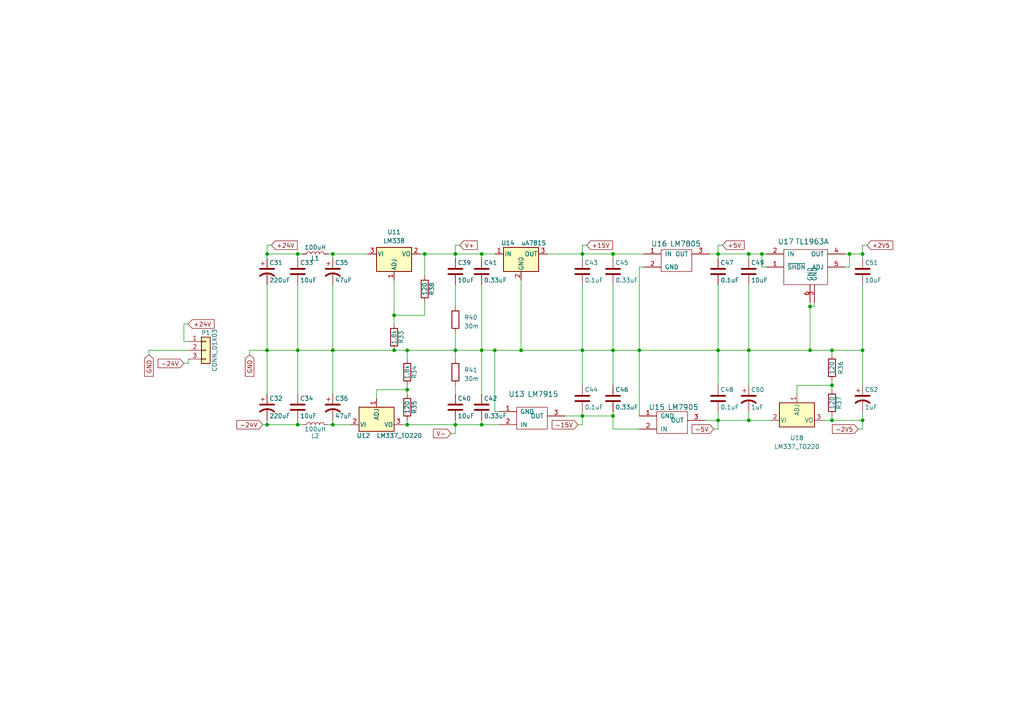
<source format=kicad_sch>
(kicad_sch (version 20230121) (generator eeschema)
  (paper "A4")
  (lib_symbols
    (symbol "Device:R" (pin_numbers hide) (pin_names (offset 0))
      (property "Reference" "R" (at 2.032 0 90))
      (property "Value" "R" (at 0 0 90))
      (symbol "R_0_1"
        (rectangle (start -1.016 -2.54) (end 1.016 2.54) (stroke (width 0.254)))
      )
      (symbol "R_1_1"
        (pin passive line (at 0 3.81 270) (length 1.27) (name "~") (number "1"))
        (pin passive line (at 0 -3.81 90) (length 1.27) (name "~") (number "2"))
      )
    )
    (symbol "LM337_TO220_1" (pin_names (offset 0.254))
      (property "Reference" "U" (at -3.81 -3.175 0))
      (property "Value" "LM337_TO220" (at 0 -3.175 0))
      (symbol "LM337_TO220_1_0_1"
        (rectangle (start -5.08 5.08) (end 5.08 -1.905) (stroke (width 0.254)) (fill (type background)))
      )
      (symbol "LM337_TO220_1_1_1"
        (pin input line (at 0 7.62 270) (length 2.54) (name "ADJ") (number "1"))
        (pin power_in line (at -7.62 0 0) (length 2.54) (name "VI") (number "2"))
        (pin power_out line (at 7.62 0 180) (length 2.54) (name "VO") (number "3"))
      )
    )
    (symbol "Regulator_Linear:LM317_TO-220" (pin_names (offset 0.254))
      (property "Reference" "U" (at -3.81 3.175 0))
      (property "Value" "LM317_TO-220" (at 0 3.175 0))
      (symbol "LM317_TO-220_0_1"
        (rectangle (start -5.08 1.905) (end 5.08 -5.08) (stroke (width 0.254)) (fill (type background)))
      )
      (symbol "LM317_TO-220_1_1"
        (pin input line (at 0 -7.62 90) (length 2.54) (name "ADJ") (number "1"))
        (pin power_out line (at 7.62 0 180) (length 2.54) (name "VO") (number "2"))
        (pin power_in line (at -7.62 0 0) (length 2.54) (name "VI") (number "3"))
      )
    )
    (symbol "rear-rescue:C" (pin_numbers hide) (pin_names (offset 0.254))
      (property "Reference" "C" (at 0.635 2.54 0))
      (property "Value" "C" (at 0.635 -2.54 0))
      (symbol "C_0_1"
        (polyline (pts (xy -2.032 -0.762) (xy 2.032 -0.762)) (stroke (width 0.508)))
        (polyline (pts (xy -2.032 0.762) (xy 2.032 0.762)) (stroke (width 0.508)))
      )
      (symbol "C_1_1"
        (pin passive line (at 0 3.81 270) (length 2.794) (name "~") (number "1"))
        (pin passive line (at 0 -3.81 90) (length 2.794) (name "~") (number "2"))
      )
    )
    (symbol "rear-rescue:CP1" (pin_numbers hide) (pin_names (offset 0.254) hide)
      (property "Reference" "C" (at 0.635 2.54 0))
      (property "Value" "CP1" (at 0.635 -2.54 0))
      (symbol "CP1_0_1"
        (polyline (pts (xy -2.032 0.762) (xy 2.032 0.762)) (stroke (width 0.508)))
        (polyline (pts (xy -1.778 2.286) (xy -0.762 2.286)))
        (polyline (pts (xy -1.27 1.778) (xy -1.27 2.794)))
        (arc (start 2.032 -1.27) (mid 0 -0.5572) (end -2.032 -1.27) (stroke (width 0.508)))
      )
      (symbol "CP1_1_1"
        (pin passive line (at 0 3.81 270) (length 2.794) (name "~") (number "1"))
        (pin passive line (at 0 -3.81 90) (length 3.302) (name "~") (number "2"))
      )
    )
    (symbol "rear-rescue:Conn_01x03" (pin_names (offset 1.016) hide)
      (property "Reference" "J" (at 0 5.08 0))
      (property "Value" "Conn_01x03" (at 0 -5.08 0))
      (symbol "Conn_01x03_1_1"
        (rectangle (start -1.27 -2.413) (end 0 -2.667) (stroke (width 0.1524)))
        (rectangle (start -1.27 0.127) (end 0 -0.127) (stroke (width 0.1524)))
        (rectangle (start -1.27 2.667) (end 0 2.413) (stroke (width 0.1524)))
        (rectangle (start -1.27 3.81) (end 1.27 -3.81) (stroke (width 0.254)) (fill (type background)))
        (pin passive line (at -5.08 2.54 0) (length 3.81) (name "Pin_1") (number "1"))
        (pin passive line (at -5.08 0 0) (length 3.81) (name "Pin_2") (number "2"))
        (pin passive line (at -5.08 -2.54 0) (length 3.81) (name "Pin_3") (number "3"))
      )
    )
    (symbol "rear-rescue:L" (pin_numbers hide) (pin_names (offset 1.016) hide)
      (property "Reference" "L" (at -1.27 0 90))
      (property "Value" "L" (at 1.905 0 90))
      (symbol "L_0_1"
        (arc (start 0 -2.54) (mid 0.6323 -1.905) (end 0 -1.27))
        (arc (start 0 -1.27) (mid 0.6323 -0.635) (end 0 0))
        (arc (start 0 0) (mid 0.6323 0.635) (end 0 1.27))
        (arc (start 0 1.27) (mid 0.6323 1.905) (end 0 2.54))
      )
      (symbol "L_1_1"
        (pin passive line (at 0 3.81 270) (length 1.27) (name "1") (number "1"))
        (pin passive line (at 0 -3.81 90) (length 1.27) (name "2") (number "2"))
      )
    )
    (symbol "rear-rescue:LM337_TO220" (pin_names (offset 0.254))
      (property "Reference" "U" (at -3.81 -3.175 0))
      (property "Value" "LM337_TO220" (at 0 -3.175 0))
      (symbol "LM337_TO220_0_1"
        (rectangle (start -5.08 5.08) (end 5.08 -1.905) (stroke (width 0.254)) (fill (type background)))
      )
      (symbol "LM337_TO220_1_1"
        (pin input line (at 0 7.62 270) (length 2.54) (name "ADJ") (number "1"))
        (pin power_in line (at -7.62 0 0) (length 2.54) (name "VI") (number "2"))
        (pin power_out line (at 7.62 0 180) (length 2.54) (name "VO") (number "3"))
      )
    )
    (symbol "rear-rescue:LM7805" (pin_names (offset 1.016))
      (property "Reference" "U" (at 0 0 0))
      (property "Value" "LM7805" (at 7.62 0 0))
      (symbol "LM7805_0_1"
        (rectangle (start 0 -3.81) (end 8.89 -10.16))
      )
      (symbol "LM7805_1_1"
        (pin passive line (at -5.08 -5.08 0) (length 5.08) (name "IN") (number "1"))
        (pin passive line (at -5.08 -8.89 0) (length 5.08) (name "GND") (number "2"))
        (pin passive line (at 13.97 -5.08 180) (length 5.08) (name "OUT") (number "3"))
      )
    )
    (symbol "rear-rescue:LM7905" (pin_names (offset 1.016))
      (property "Reference" "U" (at 0 0 0))
      (property "Value" "LM7905" (at 7.62 0 0))
      (symbol "LM7905_0_1"
        (rectangle (start 0 -3.81) (end 8.89 -10.16))
      )
      (symbol "LM7905_1_1"
        (pin passive line (at -5.08 -5.08 0) (length 5.08) (name "GND") (number "1"))
        (pin passive line (at -5.08 -8.89 0) (length 5.08) (name "IN") (number "2"))
        (pin passive line (at 13.97 -6.35 180) (length 5.08) (name "OUT") (number "3"))
      )
    )
    (symbol "rear-rescue:LM7915" (pin_names (offset 1.016))
      (property "Reference" "U" (at 0 0 0))
      (property "Value" "LM7915" (at 7.62 0 0))
      (symbol "LM7915_0_1"
        (rectangle (start 0 -3.81) (end 8.89 -10.16))
      )
      (symbol "LM7915_1_1"
        (pin passive line (at -5.08 -5.08 0) (length 5.08) (name "GND") (number "1"))
        (pin passive line (at -5.08 -8.89 0) (length 5.08) (name "IN") (number "2"))
        (pin passive line (at 13.97 -6.35 180) (length 5.08) (name "OUT") (number "3"))
      )
    )
    (symbol "rear-rescue:R" (pin_numbers hide) (pin_names (offset 0))
      (property "Reference" "R" (at 2.032 0 90))
      (property "Value" "R" (at 0 0 90))
      (symbol "R_0_1"
        (rectangle (start -1.016 -2.54) (end 1.016 2.54) (stroke (width 0.254)))
      )
      (symbol "R_1_1"
        (pin passive line (at 0 3.81 270) (length 1.27) (name "~") (number "1"))
        (pin passive line (at 0 -3.81 90) (length 1.27) (name "~") (number "2"))
      )
    )
    (symbol "rear-rescue:TL1963A" (pin_names (offset 1.016))
      (property "Reference" "U" (at 0 0 0))
      (property "Value" "TL1963A" (at 7.62 0 0))
      (symbol "TL1963A_0_1"
        (rectangle (start 0 -2.54) (end 12.7 -12.7))
      )
      (symbol "TL1963A_1_1"
        (pin passive line (at -5.08 -7.62 0) (length 5.08) (name "~{SHDN}") (number "1"))
        (pin passive line (at -5.08 -3.81 0) (length 5.08) (name "IN") (number "2"))
        (pin passive line (at 8.89 -17.78 90) (length 5.08) (name "GND") (number "3"))
        (pin passive line (at 17.78 -3.81 180) (length 5.08) (name "OUT") (number "4"))
        (pin passive line (at 17.78 -7.62 180) (length 5.08) (name "ADJ") (number "5"))
        (pin passive line (at 7.62 -17.78 90) (length 5.08) (name "GND") (number "6"))
      )
    )
    (symbol "rear-rescue:uA7815" (pin_names (offset 0.254))
      (property "Reference" "U" (at -3.81 3.175 0))
      (property "Value" "uA7815" (at 0 3.175 0))
      (symbol "uA7815_0_1"
        (rectangle (start -5.08 1.905) (end 5.08 -5.08) (stroke (width 0.254)) (fill (type background)))
      )
      (symbol "uA7815_1_1"
        (pin power_in line (at -7.62 0 0) (length 2.54) (name "IN") (number "1"))
        (pin power_in line (at 0 -7.62 90) (length 2.54) (name "GND") (number "2"))
        (pin power_out line (at 7.62 0 180) (length 2.54) (name "OUT") (number "3"))
      )
    )
  )
  (junction (at 151.13 101.6))
  (junction (at 132.08 73.66))
  (junction (at 123.19 73.66))
  (junction (at 177.8 73.66))
  (junction (at 250.19 73.66))
  (junction (at 241.3 111.76))
  (junction (at 114.3 101.6))
  (junction (at 241.3 121.92))
  (junction (at 96.52 101.6))
  (junction (at 220.98 73.66))
  (junction (at 241.3 101.6))
  (junction (at 234.95 88.9))
  (junction (at 208.28 73.66))
  (junction (at 77.47 101.6))
  (junction (at 132.08 101.6))
  (junction (at 208.28 101.6))
  (junction (at 139.7 101.6))
  (junction (at 177.8 120.65))
  (junction (at 234.95 101.6))
  (junction (at 139.7 73.66))
  (junction (at 217.17 121.92))
  (junction (at 96.52 73.66))
  (junction (at 86.36 73.66))
  (junction (at 96.52 123.19))
  (junction (at 168.91 73.66))
  (junction (at 118.11 113.03))
  (junction (at 217.17 101.6))
  (junction (at 217.17 73.66))
  (junction (at 246.38 73.66))
  (junction (at 114.3 91.44))
  (junction (at 77.47 73.66))
  (junction (at 250.19 121.92))
  (junction (at 139.7 123.19))
  (junction (at 132.08 123.19))
  (junction (at 143.51 101.6))
  (junction (at 185.42 101.6))
  (junction (at 177.8 101.6))
  (junction (at 118.11 101.6))
  (junction (at 118.11 123.19))
  (junction (at 168.91 101.6))
  (junction (at 250.19 101.6))
  (junction (at 86.36 123.19))
  (junction (at 77.47 123.19))
  (junction (at 86.36 101.6))
  (junction (at 168.91 120.65))
  (junction (at 208.28 121.92))
  (wire (pts (xy 132.08 73.66) (xy 139.7 73.66)))
  (wire (pts (xy 114.3 101.6) (xy 118.11 101.6)))
  (wire (pts (xy 231.14 111.76) (xy 241.3 111.76)))
  (wire (pts (xy 234.95 101.6) (xy 241.3 101.6)))
  (wire (pts (xy 118.11 123.19) (xy 132.08 123.19)))
  (wire (pts (xy 234.95 88.9) (xy 234.95 101.6)))
  (wire (pts (xy 118.11 123.19) (xy 118.11 121.92)))
  (wire (pts (xy 96.52 101.6) (xy 96.52 114.3)))
  (wire (pts (xy 245.11 73.66) (xy 246.38 73.66)))
  (wire (pts (xy 96.52 101.6) (xy 114.3 101.6)))
  (wire (pts (xy 217.17 73.66) (xy 208.28 73.66)))
  (wire (pts (xy 248.92 124.46) (xy 250.19 124.46)))
  (wire (pts (xy 86.36 74.93) (xy 86.36 73.66)))
  (wire (pts (xy 86.36 73.66) (xy 77.47 73.66)))
  (wire (pts (xy 139.7 73.66) (xy 143.51 73.66)))
  (wire (pts (xy 250.19 101.6) (xy 250.19 111.76)))
  (wire (pts (xy 118.11 101.6) (xy 118.11 104.14)))
  (wire (pts (xy 143.51 101.6) (xy 143.51 119.38)))
  (wire (pts (xy 241.3 111.76) (xy 241.3 113.03)))
  (wire (pts (xy 54.61 99.06) (xy 53.34 99.06)))
  (wire (pts (xy 236.22 88.9) (xy 236.22 87.63)))
  (wire (pts (xy 43.18 102.87) (xy 43.18 101.6)))
  (wire (pts (xy 250.19 121.92) (xy 250.19 124.46)))
  (wire (pts (xy 72.39 101.6) (xy 77.47 101.6)))
  (wire (pts (xy 168.91 123.19) (xy 167.64 123.19)))
  (wire (pts (xy 177.8 101.6) (xy 185.42 101.6)))
  (wire (pts (xy 118.11 111.76) (xy 118.11 113.03)))
  (wire (pts (xy 132.08 71.12) (xy 133.35 71.12)))
  (wire (pts (xy 241.3 121.92) (xy 250.19 121.92)))
  (wire (pts (xy 96.52 123.19) (xy 95.25 123.19)))
  (wire (pts (xy 118.11 113.03) (xy 118.11 114.3)))
  (wire (pts (xy 250.19 121.92) (xy 250.19 119.38)))
  (wire (pts (xy 132.08 82.55) (xy 132.08 88.9)))
  (wire (pts (xy 217.17 74.93) (xy 217.17 73.66)))
  (wire (pts (xy 177.8 73.66) (xy 186.69 73.66)))
  (wire (pts (xy 96.52 123.19) (xy 101.6 123.19)))
  (wire (pts (xy 241.3 121.92) (xy 238.76 121.92)))
  (wire (pts (xy 96.52 74.93) (xy 96.52 73.66)))
  (wire (pts (xy 158.75 73.66) (xy 168.91 73.66)))
  (wire (pts (xy 77.47 121.92) (xy 77.47 123.19)))
  (wire (pts (xy 109.22 115.57) (xy 109.22 113.03)))
  (wire (pts (xy 86.36 101.6) (xy 96.52 101.6)))
  (wire (pts (xy 222.25 77.47) (xy 220.98 77.47)))
  (wire (pts (xy 96.52 73.66) (xy 95.25 73.66)))
  (wire (pts (xy 208.28 121.92) (xy 208.28 124.46)))
  (wire (pts (xy 86.36 101.6) (xy 86.36 114.3)))
  (wire (pts (xy 77.47 73.66) (xy 77.47 74.93)))
  (wire (pts (xy 241.3 101.6) (xy 250.19 101.6)))
  (wire (pts (xy 132.08 125.73) (xy 132.08 123.19)))
  (wire (pts (xy 217.17 101.6) (xy 217.17 111.76)))
  (wire (pts (xy 177.8 101.6) (xy 177.8 111.76)))
  (wire (pts (xy 118.11 101.6) (xy 132.08 101.6)))
  (wire (pts (xy 185.42 101.6) (xy 185.42 77.47)))
  (wire (pts (xy 246.38 73.66) (xy 250.19 73.66)))
  (wire (pts (xy 43.18 101.6) (xy 54.61 101.6)))
  (wire (pts (xy 109.22 113.03) (xy 118.11 113.03)))
  (wire (pts (xy 151.13 101.6) (xy 168.91 101.6)))
  (wire (pts (xy 241.3 110.49) (xy 241.3 111.76)))
  (wire (pts (xy 208.28 101.6) (xy 208.28 111.76)))
  (wire (pts (xy 241.3 101.6) (xy 241.3 102.87)))
  (wire (pts (xy 132.08 111.76) (xy 132.08 114.3)))
  (wire (pts (xy 185.42 120.65) (xy 185.42 101.6)))
  (wire (pts (xy 163.83 120.65) (xy 168.91 120.65)))
  (wire (pts (xy 208.28 71.12) (xy 209.55 71.12)))
  (wire (pts (xy 220.98 77.47) (xy 220.98 73.66)))
  (wire (pts (xy 139.7 82.55) (xy 139.7 101.6)))
  (wire (pts (xy 208.28 73.66) (xy 208.28 74.93)))
  (wire (pts (xy 123.19 73.66) (xy 132.08 73.66)))
  (wire (pts (xy 168.91 73.66) (xy 168.91 71.12)))
  (wire (pts (xy 132.08 71.12) (xy 132.08 73.66)))
  (wire (pts (xy 217.17 82.55) (xy 217.17 101.6)))
  (wire (pts (xy 114.3 91.44) (xy 114.3 93.98)))
  (wire (pts (xy 208.28 82.55) (xy 208.28 101.6)))
  (wire (pts (xy 114.3 81.28) (xy 114.3 91.44)))
  (wire (pts (xy 132.08 96.52) (xy 132.08 101.6)))
  (wire (pts (xy 168.91 73.66) (xy 168.91 74.93)))
  (wire (pts (xy 168.91 101.6) (xy 168.91 111.76)))
  (wire (pts (xy 86.36 121.92) (xy 86.36 123.19)))
  (wire (pts (xy 217.17 101.6) (xy 234.95 101.6)))
  (wire (pts (xy 168.91 101.6) (xy 177.8 101.6)))
  (wire (pts (xy 121.92 73.66) (xy 123.19 73.66)))
  (wire (pts (xy 77.47 101.6) (xy 86.36 101.6)))
  (wire (pts (xy 77.47 82.55) (xy 77.47 101.6)))
  (wire (pts (xy 96.52 121.92) (xy 96.52 123.19)))
  (wire (pts (xy 53.34 105.41) (xy 54.61 105.41)))
  (wire (pts (xy 168.91 71.12) (xy 170.18 71.12)))
  (wire (pts (xy 53.34 99.06) (xy 53.34 93.98)))
  (wire (pts (xy 185.42 77.47) (xy 186.69 77.47)))
  (wire (pts (xy 53.34 93.98) (xy 54.61 93.98)))
  (wire (pts (xy 220.98 73.66) (xy 222.25 73.66)))
  (wire (pts (xy 168.91 119.38) (xy 168.91 120.65)))
  (wire (pts (xy 116.84 123.19) (xy 118.11 123.19)))
  (wire (pts (xy 241.3 120.65) (xy 241.3 121.92)))
  (wire (pts (xy 151.13 81.28) (xy 151.13 101.6)))
  (wire (pts (xy 77.47 101.6) (xy 77.47 114.3)))
  (wire (pts (xy 208.28 119.38) (xy 208.28 121.92)))
  (wire (pts (xy 132.08 101.6) (xy 132.08 104.14)))
  (wire (pts (xy 208.28 101.6) (xy 217.17 101.6)))
  (wire (pts (xy 139.7 121.92) (xy 139.7 123.19)))
  (wire (pts (xy 76.2 123.19) (xy 77.47 123.19)))
  (wire (pts (xy 123.19 87.63) (xy 123.19 91.44)))
  (wire (pts (xy 54.61 104.14) (xy 54.61 105.41)))
  (wire (pts (xy 205.74 73.66) (xy 208.28 73.66)))
  (wire (pts (xy 217.17 121.92) (xy 217.17 119.38)))
  (wire (pts (xy 123.19 91.44) (xy 114.3 91.44)))
  (wire (pts (xy 86.36 73.66) (xy 87.63 73.66)))
  (wire (pts (xy 234.95 87.63) (xy 234.95 88.9)))
  (wire (pts (xy 217.17 73.66) (xy 220.98 73.66)))
  (wire (pts (xy 231.14 114.3) (xy 231.14 111.76)))
  (wire (pts (xy 217.17 121.92) (xy 223.52 121.92)))
  (wire (pts (xy 139.7 73.66) (xy 139.7 74.93)))
  (wire (pts (xy 123.19 73.66) (xy 123.19 80.01)))
  (wire (pts (xy 130.81 125.73) (xy 132.08 125.73)))
  (wire (pts (xy 234.95 88.9) (xy 236.22 88.9)))
  (wire (pts (xy 132.08 121.92) (xy 132.08 123.19)))
  (wire (pts (xy 77.47 123.19) (xy 86.36 123.19)))
  (wire (pts (xy 72.39 101.6) (xy 72.39 102.87)))
  (wire (pts (xy 132.08 101.6) (xy 139.7 101.6)))
  (wire (pts (xy 144.78 119.38) (xy 143.51 119.38)))
  (wire (pts (xy 96.52 73.66) (xy 106.68 73.66)))
  (wire (pts (xy 143.51 101.6) (xy 151.13 101.6)))
  (wire (pts (xy 245.11 77.47) (xy 246.38 77.47)))
  (wire (pts (xy 208.28 124.46) (xy 207.01 124.46)))
  (wire (pts (xy 168.91 73.66) (xy 177.8 73.66)))
  (wire (pts (xy 250.19 73.66) (xy 250.19 74.93)))
  (wire (pts (xy 168.91 120.65) (xy 177.8 120.65)))
  (wire (pts (xy 185.42 101.6) (xy 208.28 101.6)))
  (wire (pts (xy 86.36 123.19) (xy 87.63 123.19)))
  (wire (pts (xy 250.19 71.12) (xy 251.46 71.12)))
  (wire (pts (xy 77.47 73.66) (xy 77.47 71.12)))
  (wire (pts (xy 185.42 124.46) (xy 177.8 124.46)))
  (wire (pts (xy 177.8 124.46) (xy 177.8 120.65)))
  (wire (pts (xy 177.8 82.55) (xy 177.8 101.6)))
  (wire (pts (xy 177.8 73.66) (xy 177.8 74.93)))
  (wire (pts (xy 139.7 101.6) (xy 143.51 101.6)))
  (wire (pts (xy 86.36 82.55) (xy 86.36 101.6)))
  (wire (pts (xy 250.19 82.55) (xy 250.19 101.6)))
  (wire (pts (xy 96.52 82.55) (xy 96.52 101.6)))
  (wire (pts (xy 132.08 73.66) (xy 132.08 74.93)))
  (wire (pts (xy 139.7 101.6) (xy 139.7 114.3)))
  (wire (pts (xy 77.47 71.12) (xy 78.74 71.12)))
  (wire (pts (xy 177.8 119.38) (xy 177.8 120.65)))
  (wire (pts (xy 208.28 73.66) (xy 208.28 71.12)))
  (wire (pts (xy 139.7 123.19) (xy 144.78 123.19)))
  (wire (pts (xy 168.91 82.55) (xy 168.91 101.6)))
  (wire (pts (xy 132.08 123.19) (xy 139.7 123.19)))
  (wire (pts (xy 208.28 121.92) (xy 217.17 121.92)))
  (wire (pts (xy 250.19 73.66) (xy 250.19 71.12)))
  (wire (pts (xy 246.38 77.47) (xy 246.38 73.66)))
  (wire (pts (xy 168.91 120.65) (xy 168.91 123.19)))
  (wire (pts (xy 208.28 121.92) (xy 204.47 121.92)))
  (global_label "-15V" (shape input) (at 167.64 123.19 180) (property "Intersheetrefs" "${INTERSHEET_REFS}" (effects hide)))
  (global_label "+5V" (shape input) (at 209.55 71.12 0) (property "Intersheetrefs" "${INTERSHEET_REFS}" (effects hide)))
  (global_label "+15V" (shape input) (at 170.18 71.12 0) (property "Intersheetrefs" "${INTERSHEET_REFS}" (effects hide)))
  (global_label "+24V" (shape input) (at 78.74 71.12 0) (property "Intersheetrefs" "${INTERSHEET_REFS}" (effects hide)))
  (global_label "-5V" (shape input) (at 207.01 124.46 180) (property "Intersheetrefs" "${INTERSHEET_REFS}" (effects hide)))
  (global_label "GND" (shape input) (at 72.39 102.87 270) (property "Intersheetrefs" "${INTERSHEET_REFS}" (effects hide)))
  (global_label "+2V5" (shape input) (at 251.46 71.12 0) (property "Intersheetrefs" "${INTERSHEET_REFS}" (effects hide)))
  (global_label "V+" (shape input) (at 133.35 71.12 0) (property "Intersheetrefs" "${INTERSHEET_REFS}" (effects hide)))
  (global_label "+24V" (shape input) (at 54.61 93.98 0) (property "Intersheetrefs" "${INTERSHEET_REFS}" (effects hide)))
  (global_label "-2V5" (shape input) (at 248.92 124.46 180) (property "Intersheetrefs" "${INTERSHEET_REFS}" (effects hide)))
  (global_label "-24V" (shape input) (at 76.2 123.19 180) (property "Intersheetrefs" "${INTERSHEET_REFS}" (effects hide)))
  (global_label "GND" (shape input) (at 43.18 102.87 270) (property "Intersheetrefs" "${INTERSHEET_REFS}" (effects hide)))
  (global_label "V-" (shape input) (at 130.81 125.73 180) (property "Intersheetrefs" "${INTERSHEET_REFS}" (effects hide)))
  (global_label "-24V" (shape input) (at 53.34 105.41 180) (property "Intersheetrefs" "${INTERSHEET_REFS}" (effects hide)))
  (symbol (lib_id "rear-rescue:R") (at 123.19 83.82 0) (unit 1)
    (property "Reference" "R38" (at 125.222 83.82 90))
    (property "Value" "120" (at 123.19 83.82 90))
    (property "Footprint" "Resistor_SMD:R_0603_1608Metric" (effects hide))
    (property "MPN" "RG1608P-121-B-T5" (effects hide))
    (property "DIGIKEY PARTNO" "RG16P120BCT-ND" (effects hide))
  )
  (symbol (lib_id "rear-rescue:C") (at 168.91 78.74 0) (unit 1)
    (property "Reference" "C43" (at 169.545 76.2 0) (effects (justify left)))
    (property "Value" "0.1uF" (at 169.545 81.28 0) (effects (justify left)))
    (property "Footprint" "Capacitor_SMD:C_0603_1608Metric" (effects hide))
    (property "MPN" "GCM188R71H104JA57D" (effects hide))
    (property "DIGIKEY PARTNO" "490-14357-1-ND" (effects hide))
  )
  (symbol (lib_id "rear-rescue:C") (at 86.36 118.11 0) (unit 1)
    (property "Reference" "C34" (at 86.995 115.57 0) (effects (justify left)))
    (property "Value" "10uF" (at 86.995 120.65 0) (effects (justify left)))
    (property "Footprint" "Capacitor_SMD:C_1210_3225Metric" (effects hide))
    (property "MPN" "C3225X7R1H106M250AC" (effects hide))
    (property "DIGIKEY PARTNO" "445-14933-1-ND" (effects hide))
  )
  (symbol (lib_id "rear-rescue:C") (at 177.8 78.74 0) (unit 1)
    (property "Reference" "C45" (at 178.435 76.2 0) (effects (justify left)))
    (property "Value" "0.33uF" (at 178.435 81.28 0) (effects (justify left)))
    (property "Footprint" "Capacitor_SMD:C_0603_1608Metric" (effects hide))
    (property "MPN" "C1608X7R1H334K080AC" (effects hide))
    (property "DIGIKEY PARTNO" "445-5950-1-ND" (effects hide))
  )
  (symbol (lib_id "rear-rescue:Conn_01x03") (at 59.69 101.6 0) (unit 1)
    (property "Reference" "P1" (at 59.69 96.52 0))
    (property "Value" "CONN_01X03" (at 62.23 101.6 90))
    (property "Footprint" "zmyfootprint:Conn_01X03-3.5mm" (effects hide))
    (property "DIGIKEY PARTNO" "277-1722-ND" (effects hide))
    (property "MPN" "1984620" (effects hide))
  )
  (symbol (lib_id "rear-rescue:C") (at 217.17 78.74 0) (unit 1)
    (property "Reference" "C49" (at 217.805 76.2 0) (effects (justify left)))
    (property "Value" "10uF" (at 217.805 81.28 0) (effects (justify left)))
    (property "Footprint" "Capacitor_SMD:C_1210_3225Metric" (effects hide))
    (property "MPN" "C3225X7R1H106M250AC" (effects hide))
    (property "DIGIKEY PARTNO" "445-14933-1-ND" (effects hide))
  )
  (symbol (lib_id "rear-rescue:LM7905") (at 190.5 115.57 0) (unit 1)
    (property "Reference" "U15" (at 190.5 118.11 0) (effects (font (size 1.524 1.524))))
    (property "Value" "LM7905" (at 198.12 118.11 0) (effects (font (size 1.524 1.524))))
    (property "Footprint" "Package_TO_SOT_SMD:TO-263-2" (effects hide))
    (property "Datasheet" "https://media.digikey.com/pdf/Data%20Sheets/ST%20Microelectronics%20PDFS/L79xxC_Rev21_May2012.pdf" (effects hide))
    (property "DIGIKEY PARTNO" "497-1214-1-ND" (effects hide))
    (property "MPN" "L7905CD2T-TR" (effects hide))
  )
  (symbol (lib_id "rear-rescue:C") (at 139.7 78.74 0) (unit 1)
    (property "Reference" "C41" (at 140.335 76.2 0) (effects (justify left)))
    (property "Value" "0.33uF" (at 140.335 81.28 0) (effects (justify left)))
    (property "Footprint" "Capacitor_SMD:C_0603_1608Metric" (effects hide))
    (property "MPN" "C1608X7R1H334K080AC" (effects hide))
    (property "DIGIKEY PARTNO" "445-5950-1-ND" (effects hide))
  )
  (symbol (lib_id "rear-rescue:L") (at 91.44 73.66 90) (unit 1)
    (property "Reference" "L1" (at 91.44 74.93 90))
    (property "Value" "100uH" (at 91.44 71.755 90))
    (property "Footprint" "Inductor_SMD:L_TDK_SLF10145" (effects hide))
    (property "DIGIKEY PARTNO" "445-1976-1-ND" (effects hide))
    (property "MPN" "SLF10145T-101M1R0-PF" (effects hide))
  )
  (symbol (lib_id "rear-rescue:C") (at 208.28 78.74 0) (unit 1)
    (property "Reference" "C47" (at 208.915 76.2 0) (effects (justify left)))
    (property "Value" "0.1uF" (at 208.915 81.28 0) (effects (justify left)))
    (property "Footprint" "Capacitor_SMD:C_0603_1608Metric" (effects hide))
    (property "MPN" "GCM188R71H104JA57D" (effects hide))
    (property "DIGIKEY PARTNO" "490-14357-1-ND" (effects hide))
  )
  (symbol (lib_id "rear-rescue:C") (at 250.19 78.74 0) (unit 1)
    (property "Reference" "C51" (at 250.825 76.2 0) (effects (justify left)))
    (property "Value" "10uF" (at 250.825 81.28 0) (effects (justify left)))
    (property "Footprint" "Capacitor_SMD:C_1210_3225Metric" (effects hide))
    (property "MPN" "C3225X7R1H106M250AC" (effects hide))
    (property "DIGIKEY PARTNO" "445-14933-1-ND" (effects hide))
  )
  (symbol (lib_id "Device:R") (at 132.08 107.95 0) (unit 1)
    (property "Reference" "R41" (at 134.62 107.315 0) (effects (justify left)))
    (property "Value" "30m" (at 134.62 109.855 0) (effects (justify left)))
    (property "Footprint" "Resistor_SMD:R_1206_3216Metric" (effects hide))
    (property "DIGIKEY PARTNO" "4463-D1WEL1206MR033F-T5CT-ND" (effects hide))
    (property "MPN" "D1WEL1206MR033F-T5" (effects hide))
  )
  (symbol (lib_id "rear-rescue:R") (at 114.3 97.79 0) (unit 1)
    (property "Reference" "R33" (at 116.332 97.79 90))
    (property "Value" "1.8k" (at 114.3 97.79 90))
    (property "Footprint" "Resistor_SMD:R_0603_1608Metric" (effects hide))
    (property "MPN" "PTN0603E1801BST1" (effects hide))
    (property "DIGIKEY PARTNO" "764-1393-1-ND" (effects hide))
  )
  (symbol (lib_id "rear-rescue:CP1") (at 96.52 78.74 0) (unit 1)
    (property "Reference" "C35" (at 97.155 76.2 0) (effects (justify left)))
    (property "Value" "47uF" (at 97.155 81.28 0) (effects (justify left)))
    (property "Footprint" "Capacitor_Tantalum_SMD:CP_EIA-7343-43_Kemet-X" (effects hide))
    (property "DIGIKEY PARTNO" "399-3905-1-ND" (effects hide))
    (property "MPN" "T495X476K035ATE300" (effects hide))
  )
  (symbol (lib_id "Device:R") (at 132.08 92.71 0) (unit 1)
    (property "Reference" "R40" (at 134.62 92.075 0) (effects (justify left)))
    (property "Value" "30m" (at 134.62 94.615 0) (effects (justify left)))
    (property "Footprint" "Resistor_SMD:R_1206_3216Metric" (effects hide))
    (property "DIGIKEY PARTNO" "4463-D1WEL1206MR033F-T5CT-ND" (effects hide))
    (property "MPN" "D1WEL1206MR033F-T5" (effects hide))
  )
  (symbol (lib_id "rear-rescue:CP1") (at 217.17 115.57 0) (unit 1)
    (property "Reference" "C50" (at 217.805 113.03 0) (effects (justify left)))
    (property "Value" "1uF" (at 217.805 118.11 0) (effects (justify left)))
    (property "Footprint" "Capacitor_Tantalum_SMD:CP_EIA-3528-21_Kemet-B" (effects hide))
    (property "MPN" "T491B105K050AT" (effects hide))
    (property "DIGIKEY PARTNO" "399-9720-1-ND " (effects hide))
  )
  (symbol (lib_id "rear-rescue:C") (at 132.08 78.74 0) (unit 1)
    (property "Reference" "C39" (at 132.715 76.2 0) (effects (justify left)))
    (property "Value" "10uF" (at 132.715 81.28 0) (effects (justify left)))
    (property "Footprint" "Capacitor_SMD:C_1210_3225Metric" (effects hide))
    (property "MPN" "C3225X7R1H106M250AC" (effects hide))
    (property "DIGIKEY PARTNO" "445-14933-1-ND" (effects hide))
  )
  (symbol (lib_id "rear-rescue:CP1") (at 250.19 115.57 0) (unit 1)
    (property "Reference" "C52" (at 250.825 113.03 0) (effects (justify left)))
    (property "Value" "1uF" (at 250.825 118.11 0) (effects (justify left)))
    (property "Footprint" "Capacitor_Tantalum_SMD:CP_EIA-3528-21_Kemet-B" (effects hide))
    (property "MPN" "T491B105K050AT" (effects hide))
    (property "DIGIKEY PARTNO" "399-9720-1-ND " (effects hide))
  )
  (symbol (lib_id "rear-rescue:C") (at 168.91 115.57 0) (unit 1)
    (property "Reference" "C44" (at 169.545 113.03 0) (effects (justify left)))
    (property "Value" "0.1uF" (at 169.545 118.11 0) (effects (justify left)))
    (property "Footprint" "Capacitor_SMD:C_0603_1608Metric" (effects hide))
    (property "MPN" "GCM188R71H104JA57D" (effects hide))
    (property "DIGIKEY PARTNO" "490-14357-1-ND" (effects hide))
  )
  (symbol (lib_id "rear-rescue:C") (at 177.8 115.57 0) (unit 1)
    (property "Reference" "C46" (at 178.435 113.03 0) (effects (justify left)))
    (property "Value" "0.33uF" (at 178.435 118.11 0) (effects (justify left)))
    (property "Footprint" "Capacitor_SMD:C_0603_1608Metric" (effects hide))
    (property "MPN" "C1608X7R1H334K080AC" (effects hide))
    (property "DIGIKEY PARTNO" "445-5950-1-ND" (effects hide))
  )
  (symbol (lib_id "rear-rescue:CP1") (at 77.47 78.74 0) (unit 1)
    (property "Reference" "C31" (at 78.105 76.2 0) (effects (justify left)))
    (property "Value" "220uF" (at 78.105 81.28 0) (effects (justify left)))
    (property "Footprint" "zmyfootprint:CAP_polar_220uF" (effects hide))
    (property "DIGIKEY PARTNO" "PCE4428CT-ND" (effects hide))
    (property "MPN" "EEE-FK1V221AP" (effects hide))
  )
  (symbol (lib_id "rear-rescue:R") (at 241.3 116.84 0) (unit 1)
    (property "Reference" "R37" (at 243.332 116.84 90))
    (property "Value" "120" (at 241.3 116.84 90))
    (property "Footprint" "Resistor_SMD:R_0603_1608Metric" (effects hide))
    (property "MPN" "RG1608P-121-B-T5" (effects hide))
    (property "DIGIKEY PARTNO" "RG16P120BCT-ND" (effects hide))
  )
  (symbol (lib_id "rear-rescue:CP1") (at 77.47 118.11 0) (unit 1)
    (property "Reference" "C32" (at 78.105 115.57 0) (effects (justify left)))
    (property "Value" "220uF" (at 78.105 120.65 0) (effects (justify left)))
    (property "Footprint" "zmyfootprint:CAP_polar_220uF" (effects hide))
    (property "DIGIKEY PARTNO" "PCE4428CT-ND" (effects hide))
    (property "MPN" "EEE-FK1V221AP" (effects hide))
  )
  (symbol (lib_name "LM337_TO220_1") (lib_id "rear-rescue:LM337_TO220") (at 231.14 121.92 0) (unit 1)
    (property "Reference" "U18" (at 231.14 127 0))
    (property "Value" "LM337_TO220" (at 231.14 129.54 0))
    (property "Footprint" "Package_TO_SOT_SMD:TO-263-3_TabPin2" (effects hide))
    (property "Datasheet" "https://rocelec.widen.net/view/pdf/rqewqjlc2b/slvs047l.pdf?t.download=true&u=5oefqw" (effects hide))
    (property "DIGIKEY PARTNO" "296-20746-1-ND" (effects hide))
    (property "MPN" "LM337KTTR" (effects hide))
  )
  (symbol (lib_id "rear-rescue:LM7805") (at 191.77 68.58 0) (unit 1)
    (property "Reference" "U16" (at 191.201 70.7092 0) (effects (font (size 1.524 1.524))))
    (property "Value" "LM7805" (at 198.821 70.7092 0) (effects (font (size 1.524 1.524))))
    (property "Footprint" "Package_TO_SOT_SMD:TO-263-3_TabPin2" (effects hide))
    (property "Datasheet" "https://www.ti.com/lit/ds/slvs056p/slvs056p.pdf" (effects hide))
    (property "DIGIKEY PARTNO" "296-20796-1-ND" (effects hide))
    (property "MPN" "UA7805CKTTR" (effects hide))
  )
  (symbol (lib_id "Regulator_Linear:LM317_TO-220") (at 114.3 73.66 0) (unit 1)
    (property "Reference" "U11" (at 114.3 67.31 0))
    (property "Value" "LM338" (at 114.3 69.85 0))
    (property "Footprint" "Package_TO_SOT_THT:TO-220-3_Vertical" (effects hide))
    (property "Datasheet" "http://www.ti.com/lit/ds/symlink/lm317.pdf" (effects hide))
    (property "DIGIKEY PARTNO" "LM338T/NOPB-ND" (effects hide))
    (property "MPN" "LM338T/NOPB" (effects hide))
  )
  (symbol (lib_id "rear-rescue:LM7915") (at 149.86 114.3 0) (unit 1)
    (property "Reference" "U13" (at 149.86 114.3 0) (effects (font (size 1.524 1.524))))
    (property "Value" "LM7915" (at 157.48 114.3 0) (effects (font (size 1.524 1.524))))
    (property "Footprint" "Package_TO_SOT_SMD:TO-263-2" (effects hide))
    (property "Datasheet" "https://www.onsemi.com/pdf/datasheet/mc7900-d.pdf" (effects hide))
    (property "DIGIKEY PARTNO" "MC7915ACD2TGOS-ND" (effects hide))
    (property "MPN" "MC7915ACD2TG" (effects hide))
  )
  (symbol (lib_id "rear-rescue:C") (at 132.08 118.11 0) (unit 1)
    (property "Reference" "C40" (at 132.715 115.57 0) (effects (justify left)))
    (property "Value" "10uF" (at 132.715 120.65 0) (effects (justify left)))
    (property "Footprint" "Capacitor_SMD:C_1210_3225Metric" (effects hide))
    (property "MPN" "C3225X7R1H106M250AC" (effects hide))
    (property "DIGIKEY PARTNO" "445-14933-1-ND" (effects hide))
  )
  (symbol (lib_id "rear-rescue:R") (at 118.11 118.11 0) (unit 1)
    (property "Reference" "R35" (at 120.142 118.11 90))
    (property "Value" "120" (at 118.11 118.11 90))
    (property "Footprint" "Resistor_SMD:R_0603_1608Metric" (effects hide))
    (property "MPN" "RG1608P-121-B-T5" (effects hide))
    (property "DIGIKEY PARTNO" "RG16P120BCT-ND" (effects hide))
  )
  (symbol (lib_id "rear-rescue:R") (at 118.11 107.95 0) (unit 1)
    (property "Reference" "R34" (at 120.142 107.95 90))
    (property "Value" "1.8k" (at 118.11 107.95 90))
    (property "Footprint" "Resistor_SMD:R_0603_1608Metric" (effects hide))
    (property "MPN" "PTN0603E1801BST1" (effects hide))
    (property "DIGIKEY PARTNO" "764-1393-1-ND" (effects hide))
  )
  (symbol (lib_id "rear-rescue:uA7815") (at 151.13 73.66 0) (unit 1)
    (property "Reference" "U14" (at 147.32 70.485 0))
    (property "Value" "uA7815" (at 151.13 70.485 0) (effects (justify left)))
    (property "Footprint" "Package_TO_SOT_SMD:TO-252-2" (effects hide))
    (property "Datasheet" "https://www.rohm.com/datasheet?p=BA7815FP&dist=Digi-key&media=referral&source=digi-key.com&campaign=Digi-key" (effects hide))
    (property "DIGIKEY PARTNO" "BA7815FP-E2CT-ND" (effects hide))
    (property "MPN" "BA7815FP-E2" (effects hide))
  )
  (symbol (lib_id "rear-rescue:C") (at 208.28 115.57 0) (unit 1)
    (property "Reference" "C48" (at 208.915 113.03 0) (effects (justify left)))
    (property "Value" "0.1uF" (at 208.915 118.11 0) (effects (justify left)))
    (property "Footprint" "Capacitor_SMD:C_0603_1608Metric" (effects hide))
    (property "MPN" "GCM188R71H104JA57D" (effects hide))
    (property "DIGIKEY PARTNO" "490-14357-1-ND" (effects hide))
  )
  (symbol (lib_id "rear-rescue:L") (at 91.44 123.19 90) (unit 1)
    (property "Reference" "L2" (at 91.4148 126.4265 90))
    (property "Value" "100uH" (at 91.44 124.46 90))
    (property "Footprint" "Inductor_SMD:L_TDK_SLF10145" (effects hide))
    (property "DIGIKEY PARTNO" "445-1976-1-ND" (effects hide))
    (property "MPN" "SLF10145T-101M1R0-PF" (effects hide))
  )
  (symbol (lib_id "rear-rescue:LM337_TO220") (at 109.22 123.19 0) (unit 1)
    (property "Reference" "U12" (at 105.41 126.365 0))
    (property "Value" "LM337_TO220" (at 109.22 126.365 0) (effects (justify left)))
    (property "Footprint" "Package_TO_SOT_THT:TO-220-3_Vertical" (effects hide))
    (property "Datasheet" "https://media.digikey.com/pdf/Data%20Sheets/ST%20Microelectronics%20PDFS/LM337.pdf" (effects hide))
    (property "DIGIKEY PARTNO" "497-1585-5-ND" (effects hide))
    (property "MPN" "LM337SP" (effects hide))
  )
  (symbol (lib_id "rear-rescue:C") (at 139.7 118.11 0) (unit 1)
    (property "Reference" "C42" (at 140.335 115.57 0) (effects (justify left)))
    (property "Value" "0.33uF" (at 140.335 120.65 0) (effects (justify left)))
    (property "Footprint" "Capacitor_SMD:C_0603_1608Metric" (effects hide))
    (property "MPN" "C1608X7R1H334K080AC" (effects hide))
    (property "DIGIKEY PARTNO" "445-5950-1-ND" (effects hide))
  )
  (symbol (lib_id "rear-rescue:R") (at 241.3 106.68 0) (unit 1)
    (property "Reference" "R36" (at 243.84 106.68 90))
    (property "Value" "120" (at 241.3 106.68 90))
    (property "Footprint" "Resistor_SMD:R_0603_1608Metric" (effects hide))
    (property "MPN" "RG1608P-121-B-T5" (effects hide))
    (property "DIGIKEY PARTNO" "RG16P120BCT-ND" (effects hide))
  )
  (symbol (lib_id "rear-rescue:TL1963A") (at 227.33 69.85 0) (unit 1)
    (property "Reference" "U17" (at 227.9164 70.0724 0) (effects (font (size 1.524 1.524))))
    (property "Value" "TL1963A" (at 235.5364 70.0724 0) (effects (font (size 1.524 1.524))))
    (property "Footprint" "zKiCadFootprints:TL1963ADCQR" (effects hide))
    (property "DIGIKEY PARTNO" "296-25119-1-ND" (effects hide))
    (property "MPN" "TL1963ADCQR" (effects hide))
  )
  (symbol (lib_id "rear-rescue:CP1") (at 96.52 118.11 0) (unit 1)
    (property "Reference" "C36" (at 97.155 115.57 0) (effects (justify left)))
    (property "Value" "47uF" (at 97.155 120.65 0) (effects (justify left)))
    (property "Footprint" "Capacitor_Tantalum_SMD:CP_EIA-7343-43_Kemet-X" (effects hide))
    (property "DIGIKEY PARTNO" "399-3905-1-ND" (effects hide))
    (property "MPN" "T495X476K035ATE300" (effects hide))
  )
  (symbol (lib_id "rear-rescue:C") (at 86.36 78.74 0) (unit 1)
    (property "Reference" "C33" (at 86.995 76.2 0) (effects (justify left)))
    (property "Value" "10uF" (at 86.995 81.28 0) (effects (justify left)))
    (property "Footprint" "Capacitor_SMD:C_1210_3225Metric" (effects hide))
    (property "MPN" "C3225X7R1H106M250AC" (effects hide))
    (property "DIGIKEY PARTNO" "445-14933-1-ND" (effects hide))
  )
)
</source>
